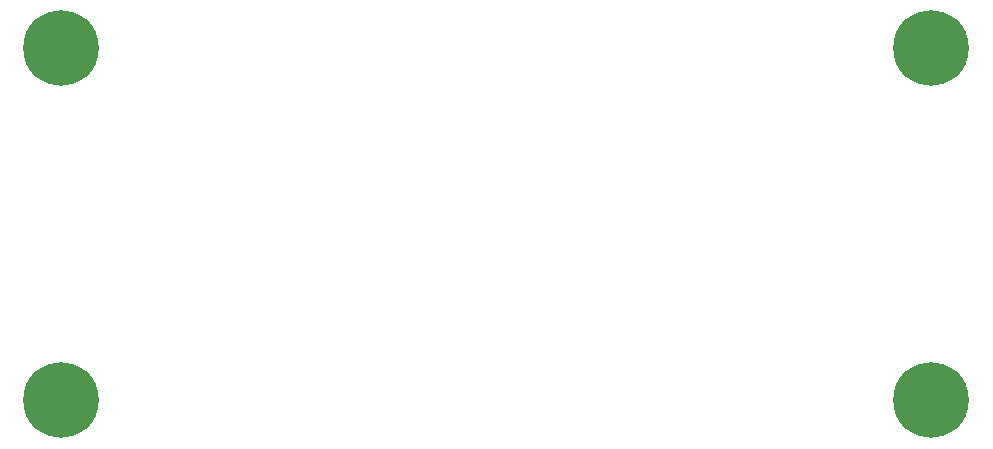
<source format=gbr>
G04 #@! TF.GenerationSoftware,KiCad,Pcbnew,(5.1.0-0)*
G04 #@! TF.CreationDate,2019-10-20T20:04:01+02:00*
G04 #@! TF.ProjectId,fllor2,666c6c6f-7232-42e6-9b69-6361645f7063,rev?*
G04 #@! TF.SameCoordinates,Original*
G04 #@! TF.FileFunction,Copper,L2,Bot*
G04 #@! TF.FilePolarity,Positive*
%FSLAX46Y46*%
G04 Gerber Fmt 4.6, Leading zero omitted, Abs format (unit mm)*
G04 Created by KiCad (PCBNEW (5.1.0-0)) date 2019-10-20 20:04:01*
%MOMM*%
%LPD*%
G04 APERTURE LIST*
%ADD10C,6.400000*%
G04 APERTURE END LIST*
D10*
X137795000Y5715000D03*
X137795000Y-24130000D03*
X211455000Y5715000D03*
X211455000Y-24130000D03*
M02*

</source>
